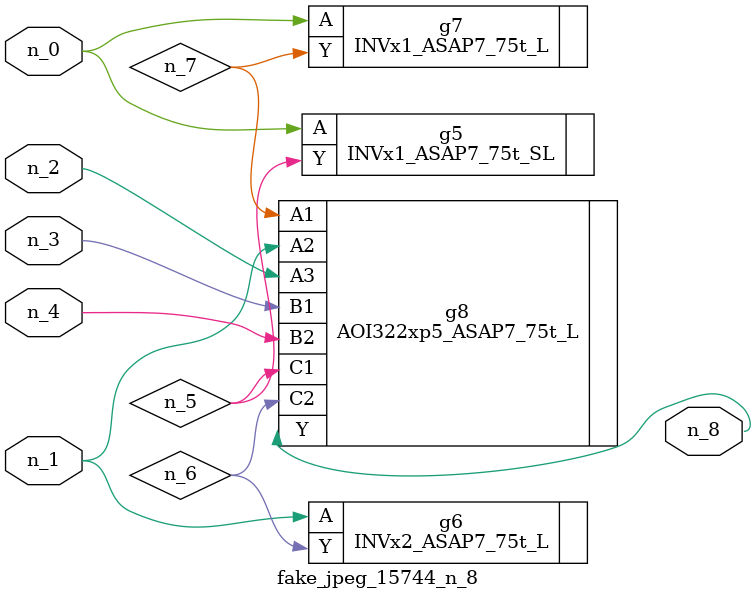
<source format=v>
module fake_jpeg_15744_n_8 (n_3, n_2, n_1, n_0, n_4, n_8);

input n_3;
input n_2;
input n_1;
input n_0;
input n_4;

output n_8;

wire n_6;
wire n_5;
wire n_7;

INVx1_ASAP7_75t_SL g5 ( 
.A(n_0),
.Y(n_5)
);

INVx2_ASAP7_75t_L g6 ( 
.A(n_1),
.Y(n_6)
);

INVx1_ASAP7_75t_L g7 ( 
.A(n_0),
.Y(n_7)
);

AOI322xp5_ASAP7_75t_L g8 ( 
.A1(n_7),
.A2(n_1),
.A3(n_2),
.B1(n_3),
.B2(n_4),
.C1(n_5),
.C2(n_6),
.Y(n_8)
);


endmodule
</source>
